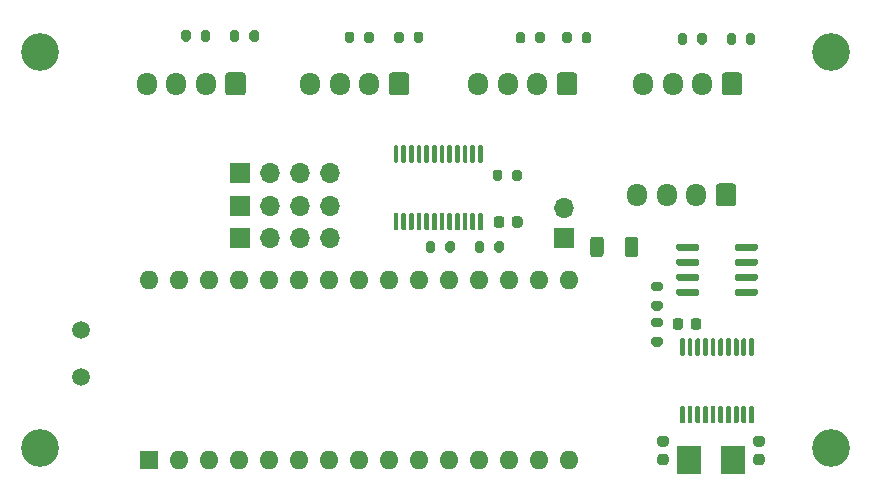
<source format=gbr>
%TF.GenerationSoftware,KiCad,Pcbnew,(5.1.9)-1*%
%TF.CreationDate,2021-08-01T22:25:33+09:30*%
%TF.ProjectId,tyre_temp_sense,74797265-5f74-4656-9d70-5f73656e7365,rev?*%
%TF.SameCoordinates,Original*%
%TF.FileFunction,Soldermask,Top*%
%TF.FilePolarity,Negative*%
%FSLAX46Y46*%
G04 Gerber Fmt 4.6, Leading zero omitted, Abs format (unit mm)*
G04 Created by KiCad (PCBNEW (5.1.9)-1) date 2021-08-01 22:25:33*
%MOMM*%
%LPD*%
G01*
G04 APERTURE LIST*
%ADD10O,1.700000X1.700000*%
%ADD11R,1.700000X1.700000*%
%ADD12C,1.500000*%
%ADD13R,2.000000X2.400000*%
%ADD14C,3.200000*%
%ADD15O,1.700000X1.950000*%
%ADD16O,1.600000X1.600000*%
%ADD17R,1.600000X1.600000*%
G04 APERTURE END LIST*
%TO.C,R14*%
G36*
G01*
X109546500Y-74625001D02*
X109546500Y-73374999D01*
G75*
G02*
X109796499Y-73125000I249999J0D01*
G01*
X110421501Y-73125000D01*
G75*
G02*
X110671500Y-73374999I0J-249999D01*
G01*
X110671500Y-74625001D01*
G75*
G02*
X110421501Y-74875000I-249999J0D01*
G01*
X109796499Y-74875000D01*
G75*
G02*
X109546500Y-74625001I0J249999D01*
G01*
G37*
G36*
G01*
X106621500Y-74625001D02*
X106621500Y-73374999D01*
G75*
G02*
X106871499Y-73125000I249999J0D01*
G01*
X107496501Y-73125000D01*
G75*
G02*
X107746500Y-73374999I0J-249999D01*
G01*
X107746500Y-74625001D01*
G75*
G02*
X107496501Y-74875000I-249999J0D01*
G01*
X106871499Y-74875000D01*
G75*
G02*
X106621500Y-74625001I0J249999D01*
G01*
G37*
%TD*%
D10*
%TO.C,J8*%
X84620000Y-67750000D03*
X82080000Y-67750000D03*
X79540000Y-67750000D03*
D11*
X77000000Y-67750000D03*
%TD*%
D10*
%TO.C,J9*%
X84620000Y-73250000D03*
X82080000Y-73250000D03*
X79540000Y-73250000D03*
D11*
X77000000Y-73250000D03*
%TD*%
D10*
%TO.C,J7*%
X84620000Y-70500000D03*
X82080000Y-70500000D03*
X79540000Y-70500000D03*
D11*
X77000000Y-70500000D03*
%TD*%
D12*
%TO.C,TP9*%
X63500000Y-85000000D03*
%TD*%
%TO.C,TP8*%
X63500000Y-81000000D03*
%TD*%
D10*
%TO.C,J6*%
X104394000Y-70739000D03*
D11*
X104394000Y-73279000D03*
%TD*%
%TO.C,C4*%
G36*
G01*
X115133000Y-80768000D02*
X115133000Y-80268000D01*
G75*
G02*
X115358000Y-80043000I225000J0D01*
G01*
X115808000Y-80043000D01*
G75*
G02*
X116033000Y-80268000I0J-225000D01*
G01*
X116033000Y-80768000D01*
G75*
G02*
X115808000Y-80993000I-225000J0D01*
G01*
X115358000Y-80993000D01*
G75*
G02*
X115133000Y-80768000I0J225000D01*
G01*
G37*
G36*
G01*
X113583000Y-80768000D02*
X113583000Y-80268000D01*
G75*
G02*
X113808000Y-80043000I225000J0D01*
G01*
X114258000Y-80043000D01*
G75*
G02*
X114483000Y-80268000I0J-225000D01*
G01*
X114483000Y-80768000D01*
G75*
G02*
X114258000Y-80993000I-225000J0D01*
G01*
X113808000Y-80993000D01*
G75*
G02*
X113583000Y-80768000I0J225000D01*
G01*
G37*
%TD*%
D13*
%TO.C,Y1*%
X118700000Y-92000000D03*
X115000000Y-92000000D03*
%TD*%
D14*
%TO.C,REF\u002A\u002A*%
X127000000Y-57500000D03*
%TD*%
%TO.C,REF\u002A\u002A*%
X60000000Y-57500000D03*
%TD*%
%TO.C,REF\u002A\u002A*%
X60000000Y-91000000D03*
%TD*%
%TO.C,REF\u002A\u002A*%
X127000000Y-91000000D03*
%TD*%
%TO.C,U3*%
G36*
G01*
X115848000Y-77701000D02*
X115848000Y-78001000D01*
G75*
G02*
X115698000Y-78151000I-150000J0D01*
G01*
X114048000Y-78151000D01*
G75*
G02*
X113898000Y-78001000I0J150000D01*
G01*
X113898000Y-77701000D01*
G75*
G02*
X114048000Y-77551000I150000J0D01*
G01*
X115698000Y-77551000D01*
G75*
G02*
X115848000Y-77701000I0J-150000D01*
G01*
G37*
G36*
G01*
X115848000Y-76431000D02*
X115848000Y-76731000D01*
G75*
G02*
X115698000Y-76881000I-150000J0D01*
G01*
X114048000Y-76881000D01*
G75*
G02*
X113898000Y-76731000I0J150000D01*
G01*
X113898000Y-76431000D01*
G75*
G02*
X114048000Y-76281000I150000J0D01*
G01*
X115698000Y-76281000D01*
G75*
G02*
X115848000Y-76431000I0J-150000D01*
G01*
G37*
G36*
G01*
X115848000Y-75161000D02*
X115848000Y-75461000D01*
G75*
G02*
X115698000Y-75611000I-150000J0D01*
G01*
X114048000Y-75611000D01*
G75*
G02*
X113898000Y-75461000I0J150000D01*
G01*
X113898000Y-75161000D01*
G75*
G02*
X114048000Y-75011000I150000J0D01*
G01*
X115698000Y-75011000D01*
G75*
G02*
X115848000Y-75161000I0J-150000D01*
G01*
G37*
G36*
G01*
X115848000Y-73891000D02*
X115848000Y-74191000D01*
G75*
G02*
X115698000Y-74341000I-150000J0D01*
G01*
X114048000Y-74341000D01*
G75*
G02*
X113898000Y-74191000I0J150000D01*
G01*
X113898000Y-73891000D01*
G75*
G02*
X114048000Y-73741000I150000J0D01*
G01*
X115698000Y-73741000D01*
G75*
G02*
X115848000Y-73891000I0J-150000D01*
G01*
G37*
G36*
G01*
X120798000Y-73891000D02*
X120798000Y-74191000D01*
G75*
G02*
X120648000Y-74341000I-150000J0D01*
G01*
X118998000Y-74341000D01*
G75*
G02*
X118848000Y-74191000I0J150000D01*
G01*
X118848000Y-73891000D01*
G75*
G02*
X118998000Y-73741000I150000J0D01*
G01*
X120648000Y-73741000D01*
G75*
G02*
X120798000Y-73891000I0J-150000D01*
G01*
G37*
G36*
G01*
X120798000Y-75161000D02*
X120798000Y-75461000D01*
G75*
G02*
X120648000Y-75611000I-150000J0D01*
G01*
X118998000Y-75611000D01*
G75*
G02*
X118848000Y-75461000I0J150000D01*
G01*
X118848000Y-75161000D01*
G75*
G02*
X118998000Y-75011000I150000J0D01*
G01*
X120648000Y-75011000D01*
G75*
G02*
X120798000Y-75161000I0J-150000D01*
G01*
G37*
G36*
G01*
X120798000Y-76431000D02*
X120798000Y-76731000D01*
G75*
G02*
X120648000Y-76881000I-150000J0D01*
G01*
X118998000Y-76881000D01*
G75*
G02*
X118848000Y-76731000I0J150000D01*
G01*
X118848000Y-76431000D01*
G75*
G02*
X118998000Y-76281000I150000J0D01*
G01*
X120648000Y-76281000D01*
G75*
G02*
X120798000Y-76431000I0J-150000D01*
G01*
G37*
G36*
G01*
X120798000Y-77701000D02*
X120798000Y-78001000D01*
G75*
G02*
X120648000Y-78151000I-150000J0D01*
G01*
X118998000Y-78151000D01*
G75*
G02*
X118848000Y-78001000I0J150000D01*
G01*
X118848000Y-77701000D01*
G75*
G02*
X118998000Y-77551000I150000J0D01*
G01*
X120648000Y-77551000D01*
G75*
G02*
X120798000Y-77701000I0J-150000D01*
G01*
G37*
%TD*%
%TO.C,U2*%
G36*
G01*
X114523000Y-83219000D02*
X114323000Y-83219000D01*
G75*
G02*
X114223000Y-83119000I0J100000D01*
G01*
X114223000Y-81844000D01*
G75*
G02*
X114323000Y-81744000I100000J0D01*
G01*
X114523000Y-81744000D01*
G75*
G02*
X114623000Y-81844000I0J-100000D01*
G01*
X114623000Y-83119000D01*
G75*
G02*
X114523000Y-83219000I-100000J0D01*
G01*
G37*
G36*
G01*
X115173000Y-83219000D02*
X114973000Y-83219000D01*
G75*
G02*
X114873000Y-83119000I0J100000D01*
G01*
X114873000Y-81844000D01*
G75*
G02*
X114973000Y-81744000I100000J0D01*
G01*
X115173000Y-81744000D01*
G75*
G02*
X115273000Y-81844000I0J-100000D01*
G01*
X115273000Y-83119000D01*
G75*
G02*
X115173000Y-83219000I-100000J0D01*
G01*
G37*
G36*
G01*
X115823000Y-83219000D02*
X115623000Y-83219000D01*
G75*
G02*
X115523000Y-83119000I0J100000D01*
G01*
X115523000Y-81844000D01*
G75*
G02*
X115623000Y-81744000I100000J0D01*
G01*
X115823000Y-81744000D01*
G75*
G02*
X115923000Y-81844000I0J-100000D01*
G01*
X115923000Y-83119000D01*
G75*
G02*
X115823000Y-83219000I-100000J0D01*
G01*
G37*
G36*
G01*
X116473000Y-83219000D02*
X116273000Y-83219000D01*
G75*
G02*
X116173000Y-83119000I0J100000D01*
G01*
X116173000Y-81844000D01*
G75*
G02*
X116273000Y-81744000I100000J0D01*
G01*
X116473000Y-81744000D01*
G75*
G02*
X116573000Y-81844000I0J-100000D01*
G01*
X116573000Y-83119000D01*
G75*
G02*
X116473000Y-83219000I-100000J0D01*
G01*
G37*
G36*
G01*
X117123000Y-83219000D02*
X116923000Y-83219000D01*
G75*
G02*
X116823000Y-83119000I0J100000D01*
G01*
X116823000Y-81844000D01*
G75*
G02*
X116923000Y-81744000I100000J0D01*
G01*
X117123000Y-81744000D01*
G75*
G02*
X117223000Y-81844000I0J-100000D01*
G01*
X117223000Y-83119000D01*
G75*
G02*
X117123000Y-83219000I-100000J0D01*
G01*
G37*
G36*
G01*
X117773000Y-83219000D02*
X117573000Y-83219000D01*
G75*
G02*
X117473000Y-83119000I0J100000D01*
G01*
X117473000Y-81844000D01*
G75*
G02*
X117573000Y-81744000I100000J0D01*
G01*
X117773000Y-81744000D01*
G75*
G02*
X117873000Y-81844000I0J-100000D01*
G01*
X117873000Y-83119000D01*
G75*
G02*
X117773000Y-83219000I-100000J0D01*
G01*
G37*
G36*
G01*
X118423000Y-83219000D02*
X118223000Y-83219000D01*
G75*
G02*
X118123000Y-83119000I0J100000D01*
G01*
X118123000Y-81844000D01*
G75*
G02*
X118223000Y-81744000I100000J0D01*
G01*
X118423000Y-81744000D01*
G75*
G02*
X118523000Y-81844000I0J-100000D01*
G01*
X118523000Y-83119000D01*
G75*
G02*
X118423000Y-83219000I-100000J0D01*
G01*
G37*
G36*
G01*
X119073000Y-83219000D02*
X118873000Y-83219000D01*
G75*
G02*
X118773000Y-83119000I0J100000D01*
G01*
X118773000Y-81844000D01*
G75*
G02*
X118873000Y-81744000I100000J0D01*
G01*
X119073000Y-81744000D01*
G75*
G02*
X119173000Y-81844000I0J-100000D01*
G01*
X119173000Y-83119000D01*
G75*
G02*
X119073000Y-83219000I-100000J0D01*
G01*
G37*
G36*
G01*
X119723000Y-83219000D02*
X119523000Y-83219000D01*
G75*
G02*
X119423000Y-83119000I0J100000D01*
G01*
X119423000Y-81844000D01*
G75*
G02*
X119523000Y-81744000I100000J0D01*
G01*
X119723000Y-81744000D01*
G75*
G02*
X119823000Y-81844000I0J-100000D01*
G01*
X119823000Y-83119000D01*
G75*
G02*
X119723000Y-83219000I-100000J0D01*
G01*
G37*
G36*
G01*
X120373000Y-83219000D02*
X120173000Y-83219000D01*
G75*
G02*
X120073000Y-83119000I0J100000D01*
G01*
X120073000Y-81844000D01*
G75*
G02*
X120173000Y-81744000I100000J0D01*
G01*
X120373000Y-81744000D01*
G75*
G02*
X120473000Y-81844000I0J-100000D01*
G01*
X120473000Y-83119000D01*
G75*
G02*
X120373000Y-83219000I-100000J0D01*
G01*
G37*
G36*
G01*
X120373000Y-88944000D02*
X120173000Y-88944000D01*
G75*
G02*
X120073000Y-88844000I0J100000D01*
G01*
X120073000Y-87569000D01*
G75*
G02*
X120173000Y-87469000I100000J0D01*
G01*
X120373000Y-87469000D01*
G75*
G02*
X120473000Y-87569000I0J-100000D01*
G01*
X120473000Y-88844000D01*
G75*
G02*
X120373000Y-88944000I-100000J0D01*
G01*
G37*
G36*
G01*
X119723000Y-88944000D02*
X119523000Y-88944000D01*
G75*
G02*
X119423000Y-88844000I0J100000D01*
G01*
X119423000Y-87569000D01*
G75*
G02*
X119523000Y-87469000I100000J0D01*
G01*
X119723000Y-87469000D01*
G75*
G02*
X119823000Y-87569000I0J-100000D01*
G01*
X119823000Y-88844000D01*
G75*
G02*
X119723000Y-88944000I-100000J0D01*
G01*
G37*
G36*
G01*
X119073000Y-88944000D02*
X118873000Y-88944000D01*
G75*
G02*
X118773000Y-88844000I0J100000D01*
G01*
X118773000Y-87569000D01*
G75*
G02*
X118873000Y-87469000I100000J0D01*
G01*
X119073000Y-87469000D01*
G75*
G02*
X119173000Y-87569000I0J-100000D01*
G01*
X119173000Y-88844000D01*
G75*
G02*
X119073000Y-88944000I-100000J0D01*
G01*
G37*
G36*
G01*
X118423000Y-88944000D02*
X118223000Y-88944000D01*
G75*
G02*
X118123000Y-88844000I0J100000D01*
G01*
X118123000Y-87569000D01*
G75*
G02*
X118223000Y-87469000I100000J0D01*
G01*
X118423000Y-87469000D01*
G75*
G02*
X118523000Y-87569000I0J-100000D01*
G01*
X118523000Y-88844000D01*
G75*
G02*
X118423000Y-88944000I-100000J0D01*
G01*
G37*
G36*
G01*
X117773000Y-88944000D02*
X117573000Y-88944000D01*
G75*
G02*
X117473000Y-88844000I0J100000D01*
G01*
X117473000Y-87569000D01*
G75*
G02*
X117573000Y-87469000I100000J0D01*
G01*
X117773000Y-87469000D01*
G75*
G02*
X117873000Y-87569000I0J-100000D01*
G01*
X117873000Y-88844000D01*
G75*
G02*
X117773000Y-88944000I-100000J0D01*
G01*
G37*
G36*
G01*
X117123000Y-88944000D02*
X116923000Y-88944000D01*
G75*
G02*
X116823000Y-88844000I0J100000D01*
G01*
X116823000Y-87569000D01*
G75*
G02*
X116923000Y-87469000I100000J0D01*
G01*
X117123000Y-87469000D01*
G75*
G02*
X117223000Y-87569000I0J-100000D01*
G01*
X117223000Y-88844000D01*
G75*
G02*
X117123000Y-88944000I-100000J0D01*
G01*
G37*
G36*
G01*
X116473000Y-88944000D02*
X116273000Y-88944000D01*
G75*
G02*
X116173000Y-88844000I0J100000D01*
G01*
X116173000Y-87569000D01*
G75*
G02*
X116273000Y-87469000I100000J0D01*
G01*
X116473000Y-87469000D01*
G75*
G02*
X116573000Y-87569000I0J-100000D01*
G01*
X116573000Y-88844000D01*
G75*
G02*
X116473000Y-88944000I-100000J0D01*
G01*
G37*
G36*
G01*
X115823000Y-88944000D02*
X115623000Y-88944000D01*
G75*
G02*
X115523000Y-88844000I0J100000D01*
G01*
X115523000Y-87569000D01*
G75*
G02*
X115623000Y-87469000I100000J0D01*
G01*
X115823000Y-87469000D01*
G75*
G02*
X115923000Y-87569000I0J-100000D01*
G01*
X115923000Y-88844000D01*
G75*
G02*
X115823000Y-88944000I-100000J0D01*
G01*
G37*
G36*
G01*
X115173000Y-88944000D02*
X114973000Y-88944000D01*
G75*
G02*
X114873000Y-88844000I0J100000D01*
G01*
X114873000Y-87569000D01*
G75*
G02*
X114973000Y-87469000I100000J0D01*
G01*
X115173000Y-87469000D01*
G75*
G02*
X115273000Y-87569000I0J-100000D01*
G01*
X115273000Y-88844000D01*
G75*
G02*
X115173000Y-88944000I-100000J0D01*
G01*
G37*
G36*
G01*
X114523000Y-88944000D02*
X114323000Y-88944000D01*
G75*
G02*
X114223000Y-88844000I0J100000D01*
G01*
X114223000Y-87569000D01*
G75*
G02*
X114323000Y-87469000I100000J0D01*
G01*
X114523000Y-87469000D01*
G75*
G02*
X114623000Y-87569000I0J-100000D01*
G01*
X114623000Y-88844000D01*
G75*
G02*
X114523000Y-88944000I-100000J0D01*
G01*
G37*
%TD*%
%TO.C,U1*%
G36*
G01*
X97225000Y-71125000D02*
X97425000Y-71125000D01*
G75*
G02*
X97525000Y-71225000I0J-100000D01*
G01*
X97525000Y-72500000D01*
G75*
G02*
X97425000Y-72600000I-100000J0D01*
G01*
X97225000Y-72600000D01*
G75*
G02*
X97125000Y-72500000I0J100000D01*
G01*
X97125000Y-71225000D01*
G75*
G02*
X97225000Y-71125000I100000J0D01*
G01*
G37*
G36*
G01*
X96575000Y-71125000D02*
X96775000Y-71125000D01*
G75*
G02*
X96875000Y-71225000I0J-100000D01*
G01*
X96875000Y-72500000D01*
G75*
G02*
X96775000Y-72600000I-100000J0D01*
G01*
X96575000Y-72600000D01*
G75*
G02*
X96475000Y-72500000I0J100000D01*
G01*
X96475000Y-71225000D01*
G75*
G02*
X96575000Y-71125000I100000J0D01*
G01*
G37*
G36*
G01*
X95925000Y-71125000D02*
X96125000Y-71125000D01*
G75*
G02*
X96225000Y-71225000I0J-100000D01*
G01*
X96225000Y-72500000D01*
G75*
G02*
X96125000Y-72600000I-100000J0D01*
G01*
X95925000Y-72600000D01*
G75*
G02*
X95825000Y-72500000I0J100000D01*
G01*
X95825000Y-71225000D01*
G75*
G02*
X95925000Y-71125000I100000J0D01*
G01*
G37*
G36*
G01*
X95275000Y-71125000D02*
X95475000Y-71125000D01*
G75*
G02*
X95575000Y-71225000I0J-100000D01*
G01*
X95575000Y-72500000D01*
G75*
G02*
X95475000Y-72600000I-100000J0D01*
G01*
X95275000Y-72600000D01*
G75*
G02*
X95175000Y-72500000I0J100000D01*
G01*
X95175000Y-71225000D01*
G75*
G02*
X95275000Y-71125000I100000J0D01*
G01*
G37*
G36*
G01*
X94625000Y-71125000D02*
X94825000Y-71125000D01*
G75*
G02*
X94925000Y-71225000I0J-100000D01*
G01*
X94925000Y-72500000D01*
G75*
G02*
X94825000Y-72600000I-100000J0D01*
G01*
X94625000Y-72600000D01*
G75*
G02*
X94525000Y-72500000I0J100000D01*
G01*
X94525000Y-71225000D01*
G75*
G02*
X94625000Y-71125000I100000J0D01*
G01*
G37*
G36*
G01*
X93975000Y-71125000D02*
X94175000Y-71125000D01*
G75*
G02*
X94275000Y-71225000I0J-100000D01*
G01*
X94275000Y-72500000D01*
G75*
G02*
X94175000Y-72600000I-100000J0D01*
G01*
X93975000Y-72600000D01*
G75*
G02*
X93875000Y-72500000I0J100000D01*
G01*
X93875000Y-71225000D01*
G75*
G02*
X93975000Y-71125000I100000J0D01*
G01*
G37*
G36*
G01*
X93325000Y-71125000D02*
X93525000Y-71125000D01*
G75*
G02*
X93625000Y-71225000I0J-100000D01*
G01*
X93625000Y-72500000D01*
G75*
G02*
X93525000Y-72600000I-100000J0D01*
G01*
X93325000Y-72600000D01*
G75*
G02*
X93225000Y-72500000I0J100000D01*
G01*
X93225000Y-71225000D01*
G75*
G02*
X93325000Y-71125000I100000J0D01*
G01*
G37*
G36*
G01*
X92675000Y-71125000D02*
X92875000Y-71125000D01*
G75*
G02*
X92975000Y-71225000I0J-100000D01*
G01*
X92975000Y-72500000D01*
G75*
G02*
X92875000Y-72600000I-100000J0D01*
G01*
X92675000Y-72600000D01*
G75*
G02*
X92575000Y-72500000I0J100000D01*
G01*
X92575000Y-71225000D01*
G75*
G02*
X92675000Y-71125000I100000J0D01*
G01*
G37*
G36*
G01*
X92025000Y-71125000D02*
X92225000Y-71125000D01*
G75*
G02*
X92325000Y-71225000I0J-100000D01*
G01*
X92325000Y-72500000D01*
G75*
G02*
X92225000Y-72600000I-100000J0D01*
G01*
X92025000Y-72600000D01*
G75*
G02*
X91925000Y-72500000I0J100000D01*
G01*
X91925000Y-71225000D01*
G75*
G02*
X92025000Y-71125000I100000J0D01*
G01*
G37*
G36*
G01*
X91375000Y-71125000D02*
X91575000Y-71125000D01*
G75*
G02*
X91675000Y-71225000I0J-100000D01*
G01*
X91675000Y-72500000D01*
G75*
G02*
X91575000Y-72600000I-100000J0D01*
G01*
X91375000Y-72600000D01*
G75*
G02*
X91275000Y-72500000I0J100000D01*
G01*
X91275000Y-71225000D01*
G75*
G02*
X91375000Y-71125000I100000J0D01*
G01*
G37*
G36*
G01*
X90725000Y-71125000D02*
X90925000Y-71125000D01*
G75*
G02*
X91025000Y-71225000I0J-100000D01*
G01*
X91025000Y-72500000D01*
G75*
G02*
X90925000Y-72600000I-100000J0D01*
G01*
X90725000Y-72600000D01*
G75*
G02*
X90625000Y-72500000I0J100000D01*
G01*
X90625000Y-71225000D01*
G75*
G02*
X90725000Y-71125000I100000J0D01*
G01*
G37*
G36*
G01*
X90075000Y-71125000D02*
X90275000Y-71125000D01*
G75*
G02*
X90375000Y-71225000I0J-100000D01*
G01*
X90375000Y-72500000D01*
G75*
G02*
X90275000Y-72600000I-100000J0D01*
G01*
X90075000Y-72600000D01*
G75*
G02*
X89975000Y-72500000I0J100000D01*
G01*
X89975000Y-71225000D01*
G75*
G02*
X90075000Y-71125000I100000J0D01*
G01*
G37*
G36*
G01*
X90075000Y-65400000D02*
X90275000Y-65400000D01*
G75*
G02*
X90375000Y-65500000I0J-100000D01*
G01*
X90375000Y-66775000D01*
G75*
G02*
X90275000Y-66875000I-100000J0D01*
G01*
X90075000Y-66875000D01*
G75*
G02*
X89975000Y-66775000I0J100000D01*
G01*
X89975000Y-65500000D01*
G75*
G02*
X90075000Y-65400000I100000J0D01*
G01*
G37*
G36*
G01*
X90725000Y-65400000D02*
X90925000Y-65400000D01*
G75*
G02*
X91025000Y-65500000I0J-100000D01*
G01*
X91025000Y-66775000D01*
G75*
G02*
X90925000Y-66875000I-100000J0D01*
G01*
X90725000Y-66875000D01*
G75*
G02*
X90625000Y-66775000I0J100000D01*
G01*
X90625000Y-65500000D01*
G75*
G02*
X90725000Y-65400000I100000J0D01*
G01*
G37*
G36*
G01*
X91375000Y-65400000D02*
X91575000Y-65400000D01*
G75*
G02*
X91675000Y-65500000I0J-100000D01*
G01*
X91675000Y-66775000D01*
G75*
G02*
X91575000Y-66875000I-100000J0D01*
G01*
X91375000Y-66875000D01*
G75*
G02*
X91275000Y-66775000I0J100000D01*
G01*
X91275000Y-65500000D01*
G75*
G02*
X91375000Y-65400000I100000J0D01*
G01*
G37*
G36*
G01*
X92025000Y-65400000D02*
X92225000Y-65400000D01*
G75*
G02*
X92325000Y-65500000I0J-100000D01*
G01*
X92325000Y-66775000D01*
G75*
G02*
X92225000Y-66875000I-100000J0D01*
G01*
X92025000Y-66875000D01*
G75*
G02*
X91925000Y-66775000I0J100000D01*
G01*
X91925000Y-65500000D01*
G75*
G02*
X92025000Y-65400000I100000J0D01*
G01*
G37*
G36*
G01*
X92675000Y-65400000D02*
X92875000Y-65400000D01*
G75*
G02*
X92975000Y-65500000I0J-100000D01*
G01*
X92975000Y-66775000D01*
G75*
G02*
X92875000Y-66875000I-100000J0D01*
G01*
X92675000Y-66875000D01*
G75*
G02*
X92575000Y-66775000I0J100000D01*
G01*
X92575000Y-65500000D01*
G75*
G02*
X92675000Y-65400000I100000J0D01*
G01*
G37*
G36*
G01*
X93325000Y-65400000D02*
X93525000Y-65400000D01*
G75*
G02*
X93625000Y-65500000I0J-100000D01*
G01*
X93625000Y-66775000D01*
G75*
G02*
X93525000Y-66875000I-100000J0D01*
G01*
X93325000Y-66875000D01*
G75*
G02*
X93225000Y-66775000I0J100000D01*
G01*
X93225000Y-65500000D01*
G75*
G02*
X93325000Y-65400000I100000J0D01*
G01*
G37*
G36*
G01*
X93975000Y-65400000D02*
X94175000Y-65400000D01*
G75*
G02*
X94275000Y-65500000I0J-100000D01*
G01*
X94275000Y-66775000D01*
G75*
G02*
X94175000Y-66875000I-100000J0D01*
G01*
X93975000Y-66875000D01*
G75*
G02*
X93875000Y-66775000I0J100000D01*
G01*
X93875000Y-65500000D01*
G75*
G02*
X93975000Y-65400000I100000J0D01*
G01*
G37*
G36*
G01*
X94625000Y-65400000D02*
X94825000Y-65400000D01*
G75*
G02*
X94925000Y-65500000I0J-100000D01*
G01*
X94925000Y-66775000D01*
G75*
G02*
X94825000Y-66875000I-100000J0D01*
G01*
X94625000Y-66875000D01*
G75*
G02*
X94525000Y-66775000I0J100000D01*
G01*
X94525000Y-65500000D01*
G75*
G02*
X94625000Y-65400000I100000J0D01*
G01*
G37*
G36*
G01*
X95275000Y-65400000D02*
X95475000Y-65400000D01*
G75*
G02*
X95575000Y-65500000I0J-100000D01*
G01*
X95575000Y-66775000D01*
G75*
G02*
X95475000Y-66875000I-100000J0D01*
G01*
X95275000Y-66875000D01*
G75*
G02*
X95175000Y-66775000I0J100000D01*
G01*
X95175000Y-65500000D01*
G75*
G02*
X95275000Y-65400000I100000J0D01*
G01*
G37*
G36*
G01*
X95925000Y-65400000D02*
X96125000Y-65400000D01*
G75*
G02*
X96225000Y-65500000I0J-100000D01*
G01*
X96225000Y-66775000D01*
G75*
G02*
X96125000Y-66875000I-100000J0D01*
G01*
X95925000Y-66875000D01*
G75*
G02*
X95825000Y-66775000I0J100000D01*
G01*
X95825000Y-65500000D01*
G75*
G02*
X95925000Y-65400000I100000J0D01*
G01*
G37*
G36*
G01*
X96575000Y-65400000D02*
X96775000Y-65400000D01*
G75*
G02*
X96875000Y-65500000I0J-100000D01*
G01*
X96875000Y-66775000D01*
G75*
G02*
X96775000Y-66875000I-100000J0D01*
G01*
X96575000Y-66875000D01*
G75*
G02*
X96475000Y-66775000I0J100000D01*
G01*
X96475000Y-65500000D01*
G75*
G02*
X96575000Y-65400000I100000J0D01*
G01*
G37*
G36*
G01*
X97225000Y-65400000D02*
X97425000Y-65400000D01*
G75*
G02*
X97525000Y-65500000I0J-100000D01*
G01*
X97525000Y-66775000D01*
G75*
G02*
X97425000Y-66875000I-100000J0D01*
G01*
X97225000Y-66875000D01*
G75*
G02*
X97125000Y-66775000I0J100000D01*
G01*
X97125000Y-65500000D01*
G75*
G02*
X97225000Y-65400000I100000J0D01*
G01*
G37*
%TD*%
%TO.C,R13*%
G36*
G01*
X111993000Y-78593000D02*
X112543000Y-78593000D01*
G75*
G02*
X112743000Y-78793000I0J-200000D01*
G01*
X112743000Y-79193000D01*
G75*
G02*
X112543000Y-79393000I-200000J0D01*
G01*
X111993000Y-79393000D01*
G75*
G02*
X111793000Y-79193000I0J200000D01*
G01*
X111793000Y-78793000D01*
G75*
G02*
X111993000Y-78593000I200000J0D01*
G01*
G37*
G36*
G01*
X111993000Y-76943000D02*
X112543000Y-76943000D01*
G75*
G02*
X112743000Y-77143000I0J-200000D01*
G01*
X112743000Y-77543000D01*
G75*
G02*
X112543000Y-77743000I-200000J0D01*
G01*
X111993000Y-77743000D01*
G75*
G02*
X111793000Y-77543000I0J200000D01*
G01*
X111793000Y-77143000D01*
G75*
G02*
X111993000Y-76943000I200000J0D01*
G01*
G37*
%TD*%
%TO.C,R12*%
G36*
G01*
X111993000Y-81642000D02*
X112543000Y-81642000D01*
G75*
G02*
X112743000Y-81842000I0J-200000D01*
G01*
X112743000Y-82242000D01*
G75*
G02*
X112543000Y-82442000I-200000J0D01*
G01*
X111993000Y-82442000D01*
G75*
G02*
X111793000Y-82242000I0J200000D01*
G01*
X111793000Y-81842000D01*
G75*
G02*
X111993000Y-81642000I200000J0D01*
G01*
G37*
G36*
G01*
X111993000Y-79992000D02*
X112543000Y-79992000D01*
G75*
G02*
X112743000Y-80192000I0J-200000D01*
G01*
X112743000Y-80592000D01*
G75*
G02*
X112543000Y-80792000I-200000J0D01*
G01*
X111993000Y-80792000D01*
G75*
G02*
X111793000Y-80592000I0J200000D01*
G01*
X111793000Y-80192000D01*
G75*
G02*
X111993000Y-79992000I200000J0D01*
G01*
G37*
%TD*%
%TO.C,R11*%
G36*
G01*
X76918000Y-55859000D02*
X76918000Y-56409000D01*
G75*
G02*
X76718000Y-56609000I-200000J0D01*
G01*
X76318000Y-56609000D01*
G75*
G02*
X76118000Y-56409000I0J200000D01*
G01*
X76118000Y-55859000D01*
G75*
G02*
X76318000Y-55659000I200000J0D01*
G01*
X76718000Y-55659000D01*
G75*
G02*
X76918000Y-55859000I0J-200000D01*
G01*
G37*
G36*
G01*
X78568000Y-55859000D02*
X78568000Y-56409000D01*
G75*
G02*
X78368000Y-56609000I-200000J0D01*
G01*
X77968000Y-56609000D01*
G75*
G02*
X77768000Y-56409000I0J200000D01*
G01*
X77768000Y-55859000D01*
G75*
G02*
X77968000Y-55659000I200000J0D01*
G01*
X78368000Y-55659000D01*
G75*
G02*
X78568000Y-55859000I0J-200000D01*
G01*
G37*
%TD*%
%TO.C,R10*%
G36*
G01*
X73641000Y-56409000D02*
X73641000Y-55859000D01*
G75*
G02*
X73841000Y-55659000I200000J0D01*
G01*
X74241000Y-55659000D01*
G75*
G02*
X74441000Y-55859000I0J-200000D01*
G01*
X74441000Y-56409000D01*
G75*
G02*
X74241000Y-56609000I-200000J0D01*
G01*
X73841000Y-56609000D01*
G75*
G02*
X73641000Y-56409000I0J200000D01*
G01*
G37*
G36*
G01*
X71991000Y-56409000D02*
X71991000Y-55859000D01*
G75*
G02*
X72191000Y-55659000I200000J0D01*
G01*
X72591000Y-55659000D01*
G75*
G02*
X72791000Y-55859000I0J-200000D01*
G01*
X72791000Y-56409000D01*
G75*
G02*
X72591000Y-56609000I-200000J0D01*
G01*
X72191000Y-56609000D01*
G75*
G02*
X71991000Y-56409000I0J200000D01*
G01*
G37*
%TD*%
%TO.C,R9*%
G36*
G01*
X90824000Y-55986000D02*
X90824000Y-56536000D01*
G75*
G02*
X90624000Y-56736000I-200000J0D01*
G01*
X90224000Y-56736000D01*
G75*
G02*
X90024000Y-56536000I0J200000D01*
G01*
X90024000Y-55986000D01*
G75*
G02*
X90224000Y-55786000I200000J0D01*
G01*
X90624000Y-55786000D01*
G75*
G02*
X90824000Y-55986000I0J-200000D01*
G01*
G37*
G36*
G01*
X92474000Y-55986000D02*
X92474000Y-56536000D01*
G75*
G02*
X92274000Y-56736000I-200000J0D01*
G01*
X91874000Y-56736000D01*
G75*
G02*
X91674000Y-56536000I0J200000D01*
G01*
X91674000Y-55986000D01*
G75*
G02*
X91874000Y-55786000I200000J0D01*
G01*
X92274000Y-55786000D01*
G75*
G02*
X92474000Y-55986000I0J-200000D01*
G01*
G37*
%TD*%
%TO.C,R8*%
G36*
G01*
X87484000Y-56536000D02*
X87484000Y-55986000D01*
G75*
G02*
X87684000Y-55786000I200000J0D01*
G01*
X88084000Y-55786000D01*
G75*
G02*
X88284000Y-55986000I0J-200000D01*
G01*
X88284000Y-56536000D01*
G75*
G02*
X88084000Y-56736000I-200000J0D01*
G01*
X87684000Y-56736000D01*
G75*
G02*
X87484000Y-56536000I0J200000D01*
G01*
G37*
G36*
G01*
X85834000Y-56536000D02*
X85834000Y-55986000D01*
G75*
G02*
X86034000Y-55786000I200000J0D01*
G01*
X86434000Y-55786000D01*
G75*
G02*
X86634000Y-55986000I0J-200000D01*
G01*
X86634000Y-56536000D01*
G75*
G02*
X86434000Y-56736000I-200000J0D01*
G01*
X86034000Y-56736000D01*
G75*
G02*
X85834000Y-56536000I0J200000D01*
G01*
G37*
%TD*%
%TO.C,R7*%
G36*
G01*
X105048000Y-56013000D02*
X105048000Y-56563000D01*
G75*
G02*
X104848000Y-56763000I-200000J0D01*
G01*
X104448000Y-56763000D01*
G75*
G02*
X104248000Y-56563000I0J200000D01*
G01*
X104248000Y-56013000D01*
G75*
G02*
X104448000Y-55813000I200000J0D01*
G01*
X104848000Y-55813000D01*
G75*
G02*
X105048000Y-56013000I0J-200000D01*
G01*
G37*
G36*
G01*
X106698000Y-56013000D02*
X106698000Y-56563000D01*
G75*
G02*
X106498000Y-56763000I-200000J0D01*
G01*
X106098000Y-56763000D01*
G75*
G02*
X105898000Y-56563000I0J200000D01*
G01*
X105898000Y-56013000D01*
G75*
G02*
X106098000Y-55813000I200000J0D01*
G01*
X106498000Y-55813000D01*
G75*
G02*
X106698000Y-56013000I0J-200000D01*
G01*
G37*
%TD*%
%TO.C,R6*%
G36*
G01*
X101962000Y-56563000D02*
X101962000Y-56013000D01*
G75*
G02*
X102162000Y-55813000I200000J0D01*
G01*
X102562000Y-55813000D01*
G75*
G02*
X102762000Y-56013000I0J-200000D01*
G01*
X102762000Y-56563000D01*
G75*
G02*
X102562000Y-56763000I-200000J0D01*
G01*
X102162000Y-56763000D01*
G75*
G02*
X101962000Y-56563000I0J200000D01*
G01*
G37*
G36*
G01*
X100312000Y-56563000D02*
X100312000Y-56013000D01*
G75*
G02*
X100512000Y-55813000I200000J0D01*
G01*
X100912000Y-55813000D01*
G75*
G02*
X101112000Y-56013000I0J-200000D01*
G01*
X101112000Y-56563000D01*
G75*
G02*
X100912000Y-56763000I-200000J0D01*
G01*
X100512000Y-56763000D01*
G75*
G02*
X100312000Y-56563000I0J200000D01*
G01*
G37*
%TD*%
%TO.C,R5*%
G36*
G01*
X118955000Y-56113000D02*
X118955000Y-56663000D01*
G75*
G02*
X118755000Y-56863000I-200000J0D01*
G01*
X118355000Y-56863000D01*
G75*
G02*
X118155000Y-56663000I0J200000D01*
G01*
X118155000Y-56113000D01*
G75*
G02*
X118355000Y-55913000I200000J0D01*
G01*
X118755000Y-55913000D01*
G75*
G02*
X118955000Y-56113000I0J-200000D01*
G01*
G37*
G36*
G01*
X120605000Y-56113000D02*
X120605000Y-56663000D01*
G75*
G02*
X120405000Y-56863000I-200000J0D01*
G01*
X120005000Y-56863000D01*
G75*
G02*
X119805000Y-56663000I0J200000D01*
G01*
X119805000Y-56113000D01*
G75*
G02*
X120005000Y-55913000I200000J0D01*
G01*
X120405000Y-55913000D01*
G75*
G02*
X120605000Y-56113000I0J-200000D01*
G01*
G37*
%TD*%
%TO.C,R4*%
G36*
G01*
X115677000Y-56663000D02*
X115677000Y-56113000D01*
G75*
G02*
X115877000Y-55913000I200000J0D01*
G01*
X116277000Y-55913000D01*
G75*
G02*
X116477000Y-56113000I0J-200000D01*
G01*
X116477000Y-56663000D01*
G75*
G02*
X116277000Y-56863000I-200000J0D01*
G01*
X115877000Y-56863000D01*
G75*
G02*
X115677000Y-56663000I0J200000D01*
G01*
G37*
G36*
G01*
X114027000Y-56663000D02*
X114027000Y-56113000D01*
G75*
G02*
X114227000Y-55913000I200000J0D01*
G01*
X114627000Y-55913000D01*
G75*
G02*
X114827000Y-56113000I0J-200000D01*
G01*
X114827000Y-56663000D01*
G75*
G02*
X114627000Y-56863000I-200000J0D01*
G01*
X114227000Y-56863000D01*
G75*
G02*
X114027000Y-56663000I0J200000D01*
G01*
G37*
%TD*%
%TO.C,R3*%
G36*
G01*
X97650000Y-73725000D02*
X97650000Y-74275000D01*
G75*
G02*
X97450000Y-74475000I-200000J0D01*
G01*
X97050000Y-74475000D01*
G75*
G02*
X96850000Y-74275000I0J200000D01*
G01*
X96850000Y-73725000D01*
G75*
G02*
X97050000Y-73525000I200000J0D01*
G01*
X97450000Y-73525000D01*
G75*
G02*
X97650000Y-73725000I0J-200000D01*
G01*
G37*
G36*
G01*
X99300000Y-73725000D02*
X99300000Y-74275000D01*
G75*
G02*
X99100000Y-74475000I-200000J0D01*
G01*
X98700000Y-74475000D01*
G75*
G02*
X98500000Y-74275000I0J200000D01*
G01*
X98500000Y-73725000D01*
G75*
G02*
X98700000Y-73525000I200000J0D01*
G01*
X99100000Y-73525000D01*
G75*
G02*
X99300000Y-73725000I0J-200000D01*
G01*
G37*
%TD*%
%TO.C,R2*%
G36*
G01*
X94350000Y-74275000D02*
X94350000Y-73725000D01*
G75*
G02*
X94550000Y-73525000I200000J0D01*
G01*
X94950000Y-73525000D01*
G75*
G02*
X95150000Y-73725000I0J-200000D01*
G01*
X95150000Y-74275000D01*
G75*
G02*
X94950000Y-74475000I-200000J0D01*
G01*
X94550000Y-74475000D01*
G75*
G02*
X94350000Y-74275000I0J200000D01*
G01*
G37*
G36*
G01*
X92700000Y-74275000D02*
X92700000Y-73725000D01*
G75*
G02*
X92900000Y-73525000I200000J0D01*
G01*
X93300000Y-73525000D01*
G75*
G02*
X93500000Y-73725000I0J-200000D01*
G01*
X93500000Y-74275000D01*
G75*
G02*
X93300000Y-74475000I-200000J0D01*
G01*
X92900000Y-74475000D01*
G75*
G02*
X92700000Y-74275000I0J200000D01*
G01*
G37*
%TD*%
%TO.C,R1*%
G36*
G01*
X99169000Y-67670000D02*
X99169000Y-68220000D01*
G75*
G02*
X98969000Y-68420000I-200000J0D01*
G01*
X98569000Y-68420000D01*
G75*
G02*
X98369000Y-68220000I0J200000D01*
G01*
X98369000Y-67670000D01*
G75*
G02*
X98569000Y-67470000I200000J0D01*
G01*
X98969000Y-67470000D01*
G75*
G02*
X99169000Y-67670000I0J-200000D01*
G01*
G37*
G36*
G01*
X100819000Y-67670000D02*
X100819000Y-68220000D01*
G75*
G02*
X100619000Y-68420000I-200000J0D01*
G01*
X100219000Y-68420000D01*
G75*
G02*
X100019000Y-68220000I0J200000D01*
G01*
X100019000Y-67670000D01*
G75*
G02*
X100219000Y-67470000I200000J0D01*
G01*
X100619000Y-67470000D01*
G75*
G02*
X100819000Y-67670000I0J-200000D01*
G01*
G37*
%TD*%
D15*
%TO.C,J5*%
X69081000Y-60198000D03*
X71581000Y-60198000D03*
X74081000Y-60198000D03*
G36*
G01*
X77431000Y-59473000D02*
X77431000Y-60923000D01*
G75*
G02*
X77181000Y-61173000I-250000J0D01*
G01*
X75981000Y-61173000D01*
G75*
G02*
X75731000Y-60923000I0J250000D01*
G01*
X75731000Y-59473000D01*
G75*
G02*
X75981000Y-59223000I250000J0D01*
G01*
X77181000Y-59223000D01*
G75*
G02*
X77431000Y-59473000I0J-250000D01*
G01*
G37*
%TD*%
%TO.C,J4*%
X82924000Y-60198000D03*
X85424000Y-60198000D03*
X87924000Y-60198000D03*
G36*
G01*
X91274000Y-59473000D02*
X91274000Y-60923000D01*
G75*
G02*
X91024000Y-61173000I-250000J0D01*
G01*
X89824000Y-61173000D01*
G75*
G02*
X89574000Y-60923000I0J250000D01*
G01*
X89574000Y-59473000D01*
G75*
G02*
X89824000Y-59223000I250000J0D01*
G01*
X91024000Y-59223000D01*
G75*
G02*
X91274000Y-59473000I0J-250000D01*
G01*
G37*
%TD*%
%TO.C,J3*%
X97148000Y-60200000D03*
X99648000Y-60200000D03*
X102148000Y-60200000D03*
G36*
G01*
X105498000Y-59475000D02*
X105498000Y-60925000D01*
G75*
G02*
X105248000Y-61175000I-250000J0D01*
G01*
X104048000Y-61175000D01*
G75*
G02*
X103798000Y-60925000I0J250000D01*
G01*
X103798000Y-59475000D01*
G75*
G02*
X104048000Y-59225000I250000J0D01*
G01*
X105248000Y-59225000D01*
G75*
G02*
X105498000Y-59475000I0J-250000D01*
G01*
G37*
%TD*%
%TO.C,J2*%
G36*
G01*
X119468000Y-59475000D02*
X119468000Y-60925000D01*
G75*
G02*
X119218000Y-61175000I-250000J0D01*
G01*
X118018000Y-61175000D01*
G75*
G02*
X117768000Y-60925000I0J250000D01*
G01*
X117768000Y-59475000D01*
G75*
G02*
X118018000Y-59225000I250000J0D01*
G01*
X119218000Y-59225000D01*
G75*
G02*
X119468000Y-59475000I0J-250000D01*
G01*
G37*
X116118000Y-60200000D03*
X113618000Y-60200000D03*
X111118000Y-60200000D03*
%TD*%
%TO.C,J1*%
X110610000Y-69596000D03*
X113110000Y-69596000D03*
X115610000Y-69596000D03*
G36*
G01*
X118960000Y-68871000D02*
X118960000Y-70321000D01*
G75*
G02*
X118710000Y-70571000I-250000J0D01*
G01*
X117510000Y-70571000D01*
G75*
G02*
X117260000Y-70321000I0J250000D01*
G01*
X117260000Y-68871000D01*
G75*
G02*
X117510000Y-68621000I250000J0D01*
G01*
X118710000Y-68621000D01*
G75*
G02*
X118960000Y-68871000I0J-250000D01*
G01*
G37*
%TD*%
%TO.C,C2*%
G36*
G01*
X121154000Y-90900000D02*
X120654000Y-90900000D01*
G75*
G02*
X120429000Y-90675000I0J225000D01*
G01*
X120429000Y-90225000D01*
G75*
G02*
X120654000Y-90000000I225000J0D01*
G01*
X121154000Y-90000000D01*
G75*
G02*
X121379000Y-90225000I0J-225000D01*
G01*
X121379000Y-90675000D01*
G75*
G02*
X121154000Y-90900000I-225000J0D01*
G01*
G37*
G36*
G01*
X121154000Y-92450000D02*
X120654000Y-92450000D01*
G75*
G02*
X120429000Y-92225000I0J225000D01*
G01*
X120429000Y-91775000D01*
G75*
G02*
X120654000Y-91550000I225000J0D01*
G01*
X121154000Y-91550000D01*
G75*
G02*
X121379000Y-91775000I0J-225000D01*
G01*
X121379000Y-92225000D01*
G75*
G02*
X121154000Y-92450000I-225000J0D01*
G01*
G37*
%TD*%
%TO.C,C1*%
G36*
G01*
X113026000Y-90900000D02*
X112526000Y-90900000D01*
G75*
G02*
X112301000Y-90675000I0J225000D01*
G01*
X112301000Y-90225000D01*
G75*
G02*
X112526000Y-90000000I225000J0D01*
G01*
X113026000Y-90000000D01*
G75*
G02*
X113251000Y-90225000I0J-225000D01*
G01*
X113251000Y-90675000D01*
G75*
G02*
X113026000Y-90900000I-225000J0D01*
G01*
G37*
G36*
G01*
X113026000Y-92450000D02*
X112526000Y-92450000D01*
G75*
G02*
X112301000Y-92225000I0J225000D01*
G01*
X112301000Y-91775000D01*
G75*
G02*
X112526000Y-91550000I225000J0D01*
G01*
X113026000Y-91550000D01*
G75*
G02*
X113251000Y-91775000I0J-225000D01*
G01*
X113251000Y-92225000D01*
G75*
G02*
X113026000Y-92450000I-225000J0D01*
G01*
G37*
%TD*%
%TO.C,C3*%
G36*
G01*
X99333000Y-71632000D02*
X99333000Y-72132000D01*
G75*
G02*
X99108000Y-72357000I-225000J0D01*
G01*
X98658000Y-72357000D01*
G75*
G02*
X98433000Y-72132000I0J225000D01*
G01*
X98433000Y-71632000D01*
G75*
G02*
X98658000Y-71407000I225000J0D01*
G01*
X99108000Y-71407000D01*
G75*
G02*
X99333000Y-71632000I0J-225000D01*
G01*
G37*
G36*
G01*
X100883000Y-71632000D02*
X100883000Y-72132000D01*
G75*
G02*
X100658000Y-72357000I-225000J0D01*
G01*
X100208000Y-72357000D01*
G75*
G02*
X99983000Y-72132000I0J225000D01*
G01*
X99983000Y-71632000D01*
G75*
G02*
X100208000Y-71407000I225000J0D01*
G01*
X100658000Y-71407000D01*
G75*
G02*
X100883000Y-71632000I0J-225000D01*
G01*
G37*
%TD*%
D16*
%TO.C,A1*%
X104780000Y-76760000D03*
X104780000Y-92000000D03*
X69220000Y-76760000D03*
X102240000Y-92000000D03*
X71760000Y-76760000D03*
X99700000Y-92000000D03*
X74300000Y-76760000D03*
X97160000Y-92000000D03*
X76840000Y-76760000D03*
X94620000Y-92000000D03*
X79380000Y-76760000D03*
X92080000Y-92000000D03*
X81920000Y-76760000D03*
X89540000Y-92000000D03*
X84460000Y-76760000D03*
X87000000Y-92000000D03*
X87000000Y-76760000D03*
X84460000Y-92000000D03*
X89540000Y-76760000D03*
X81920000Y-92000000D03*
X92080000Y-76760000D03*
X79380000Y-92000000D03*
X94620000Y-76760000D03*
X76840000Y-92000000D03*
X97160000Y-76760000D03*
X74300000Y-92000000D03*
X99700000Y-76760000D03*
X71760000Y-92000000D03*
X102240000Y-76760000D03*
D17*
X69220000Y-92000000D03*
%TD*%
M02*

</source>
